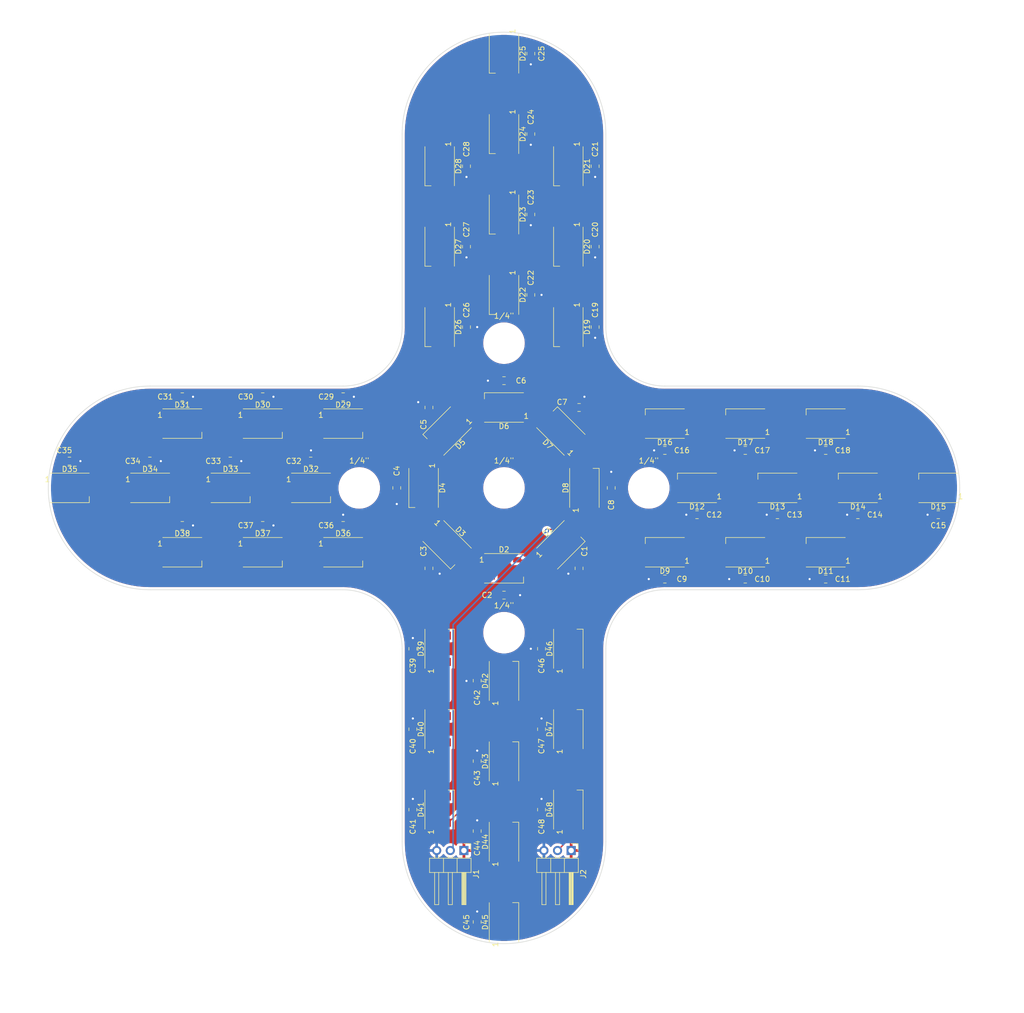
<source format=kicad_pcb>
(kicad_pcb (version 20221018) (generator pcbnew)
  (layers (0 "F.Cu" signal) (31 "B.Cu" signal) (34 "B.Paste" user) (35 "F.Paste" user) (36 "B.SilkS" user "B.Silkscreen") (37 "F.SilkS" user "F.Silkscreen") (38 "B.Mask" user) (39 "F.Mask" user) (44 "Edge.Cuts" user))
  (net 0 "")
  (net 1 "+5V")
  (net 2 "Net-(D1-Pad2)")
  (net 3 "GND")
  (net 4 "/25 LEDs/DIN")
  (net 5 "Net-(D2-Pad2)")
  (net 6 "Net-(D3-Pad2)")
  (net 7 "Net-(D4-Pad2)")
  (net 8 "Net-(D5-Pad2)")
  (net 9 "Net-(D6-Pad2)")
  (net 10 "Net-(D7-Pad2)")
  (net 11 "Net-(D8-Pad2)")
  (net 12 "Net-(D10-Pad4)")
  (net 13 "Net-(D10-Pad2)")
  (net 14 "Net-(D11-Pad2)")
  (net 15 "Net-(D12-Pad2)")
  (net 16 "Net-(D13-Pad2)")
  (net 17 "Net-(D14-Pad2)")
  (net 18 "Net-(D15-Pad2)")
  (net 19 "Net-(D16-Pad2)")
  (net 20 "Net-(D17-Pad2)")
  (net 21 "Net-(D18-Pad2)")
  (net 22 "Net-(D19-Pad2)")
  (net 23 "Net-(D20-Pad2)")
  (net 24 "Net-(D21-Pad2)")
  (net 25 "Net-(D22-Pad2)")
  (net 26 "Net-(D23-Pad2)")
  (net 27 "Net-(D24-Pad2)")
  (net 28 "/23 LEDs1/DIN")
  (net 29 "Net-(D26-Pad2)")
  (net 30 "Net-(D27-Pad2)")
  (net 31 "Net-(D28-Pad2)")
  (net 32 "Net-(D29-Pad2)")
  (net 33 "Net-(D30-Pad2)")
  (net 34 "Net-(D31-Pad2)")
  (net 35 "Net-(D32-Pad2)")
  (net 36 "Net-(D33-Pad2)")
  (net 37 "Net-(D34-Pad2)")
  (net 38 "Net-(D35-Pad2)")
  (net 39 "Net-(D36-Pad2)")
  (net 40 "Net-(D37-Pad2)")
  (net 41 "Net-(D38-Pad2)")
  (net 42 "Net-(D39-Pad2)")
  (net 43 "Net-(D40-Pad2)")
  (net 44 "Net-(D41-Pad2)")
  (net 45 "Net-(D42-Pad2)")
  (net 46 "Net-(D43-Pad2)")
  (net 47 "Net-(D44-Pad2)")
  (net 48 "Net-(D45-Pad2)")
  (net 49 "Net-(D46-Pad2)")
  (net 50 "Net-(D47-Pad2)")
  (net 51 "/23 LEDs1/DOUT")
  (footprint "LED_SMD:LED_WS2812B_PLCC4_5.0x5.0mm_P3.2mm" (layer "F.Cu") (at 114.999999 132 90)
    (fp_text reference "D46")
    (fp_text value "WS2812B")
  )
  (footprint "LED_SMD:LED_WS2812B_PLCC4_5.0x5.0mm_P3.2mm" (layer "F.Cu") (at 162.999999 114 180)
    (fp_text reference "D11")
    (fp_text value "WS2812B")
  )
  (footprint "Library:C_0805_2012Metric silk moved" (layer "F.Cu") (at 58 85 180)
    (fp_text reference "C30")
    (fp_text value "0.1 uF")
  )
  (footprint "LED_SMD:LED_WS2812B_PLCC4_5.0x5.0mm_P3.2mm" (layer "F.Cu") (at 51.999999 102)
    (fp_text reference "D33")
    (fp_text value "WS2812B")
  )
  (footprint "Library:C_0805_2012Metric silk moved" (layer "F.Cu") (at 133 95)
    (fp_text reference "C16")
    (fp_text value "0.1 uF")
  )
  (footprint "LED_SMD:LED_WS2812B_PLCC4_5.0x5.0mm_P3.2mm" (layer "F.Cu") (at 36.999999 102)
    (fp_text reference "D34")
    (fp_text value "WS2812B")
  )
  (footprint "LED_SMD:LED_WS2812B_PLCC4_5.0x5.0mm_P3.2mm" (layer "F.Cu") (at 102.999999 183 90)
    (fp_text reference "D45")
    (fp_text value "WS2812B")
  )
  (footprint "Library:C_0805_2012Metric silk moved" (layer "F.Cu") (at 163 95)
    (fp_text reference "C18")
    (fp_text value "0.1 uF")
  )
  (footprint "Connector_PinHeader_2.54mm:PinHeader_1x03_P2.54mm_Horizontal" (layer "F.Cu") (at 115.525 169.625 -90)
    (fp_text reference "J2")
    (fp_text value "Conn_01x03")
  )
  (footprint "LED_SMD:LED_WS2812B_PLCC4_5.0x5.0mm_P3.2mm" (layer "F.Cu") (at 117.999999 102 90)
    (fp_text reference "D8")
    (fp_text value "WS2812B")
  )
  (footprint "Library:C_0805_2012Metric silk moved" (layer "F.Cu") (at 21.95 97 180)
    (fp_text reference "C35")
    (fp_text value "0.1 uF")
  )
  (footprint "Library:C_0805_2012Metric silk moved" (layer "F.Cu") (at 36.95 97 180)
    (fp_text reference "C34")
    (fp_text value "0.1 uF")
  )
  (footprint "Library:C_0805_2012Metric silk moved" (layer "F.Cu") (at 117 87 180)
    (fp_text reference "C7")
    (fp_text value "0.1 uF")
  )
  (footprint "LED_SMD:LED_WS2812B_PLCC4_5.0x5.0mm_P3.2mm" (layer "F.Cu") (at 90.999999 57 -90)
    (fp_text reference "D27")
    (fp_text value "WS2812B")
  )
  (footprint "Library:C_0805_2012Metric silk moved" (layer "F.Cu") (at 120 57 90)
    (fp_text reference "C20")
    (fp_text value "0.1 uF")
  )
  (footprint "LED_SMD:LED_WS2812B_PLCC4_5.0x5.0mm_P3.2mm" (layer "F.Cu") (at 114.999999 72 -90)
    (fp_text reference "D19")
    (fp_text value "WS2812B")
  )
  (footprint "Library:C_0805_2012Metric silk moved" (layer "F.Cu") (at 86 162 -90)
    (fp_text reference "C41")
    (fp_text value "0.1 uF")
  )
  (footprint "Library:C_0805_2012Metric silk moved" (layer "F.Cu") (at 117 117 90)
    (fp_text reference "C1")
    (fp_text value "0.1 uF")
  )
  (footprint "Library:C_0805_2012Metric silk moved" (layer "F.Cu") (at 43 85 180)
    (fp_text reference "C31")
    (fp_text value "0.1 uF")
  )
  (footprint "Library:C_0805_2012Metric silk moved" (layer "F.Cu") (at 51.95 97 180)
    (fp_text reference "C33")
    (fp_text value "0.1 uF")
  )
  (footprint "Library:C_0805_2012Metric silk moved" (layer "F.Cu") (at 89 87 -90)
    (fp_text reference "C5")
    (fp_text value "0.1 uF")
  )
  (footprint "LED_SMD:LED_WS2812B_PLCC4_5.0x5.0mm_P3.2mm" (layer "F.Cu") (at 113.606601 91.393398 135)
    (fp_text reference "D7")
    (fp_text value "WS2812B")
  )
  (footprint "LED_SMD:LED_WS2812B_PLCC4_5.0x5.0mm_P3.2mm" (layer "F.Cu") (at 88 102 -90)
    (fp_text reference "D4")
    (fp_text value "WS2812B")
  )
  (footprint "Library:C_0805_2012Metric silk moved" (layer "F.Cu") (at 148 119)
    (fp_text reference "C10")
    (fp_text value "0.1 uF")
  )
  (footprint "Library:C_0805_2012Metric silk moved" (layer "F.Cu") (at 66.95 97 180)
    (fp_text reference "C32")
    (fp_text value "0.1 uF")
  )
  (footprint "LED_SMD:LED_WS2812B_PLCC4_5.0x5.0mm_P3.2mm" (layer "F.Cu") (at 92.393397 112.606602 -45)
    (fp_text reference "D3")
    (fp_text value "WS2812B")
  )
  (footprint "Library:C_0805_2012Metric silk moved" (layer "F.Cu") (at 98 137.95 -90)
    (fp_text reference "C42")
    (fp_text value "0.1 uF")
  )
  (footprint "Library:C_0805_2012Metric silk moved" (layer "F.Cu") (at 89 117 90)
    (fp_text reference "C3")
    (fp_text value "0.1 uF")
  )
  (footprint "Library:C_0805_2012Metric silk moved" (layer "F.Cu") (at 120 42 90)
    (fp_text reference "C21")
    (fp_text value "0.1 uF")
  )
  (footprint "Library:MountingHole 0.25 - 20" (layer "F.Cu") (at 130 102)
    (fp_text reference "1/4\"")
    (fp_text value "MountingHole 0.25 - 20")
  )
  (footprint "LED_SMD:LED_WS2812B_PLCC4_5.0x5.0mm_P3.2mm" (layer "F.Cu") (at 21.999999 102)
    (fp_text reference "D35")
    (fp_text value "WS2812B")
  )
  (footprint "Library:C_0805_2012Metric silk moved" (layer "F.Cu") (at 110 162 -90)
    (fp_text reference "C48")
    (fp_text value "0.1 uF")
  )
  (footprint "Library:C_0805_2012Metric silk moved" (layer "F.Cu") (at 163 119)
    (fp_text reference "C11")
    (fp_text value "0.1 uF")
  )
  (footprint "LED_SMD:LED_WS2812B_PLCC4_5.0x5.0mm_P3.2mm" (layer "F.Cu") (at 42.999999 114)
    (fp_text reference "D38")
    (fp_text value "WS2812B")
  )
  (footprint "Library:C_0805_2012Metric silk moved" (layer "F.Cu") (at 103 82)
    (fp_text reference "C6")
    (fp_text value "0.1 uF")
  )
  (footprint "LED_SMD:LED_WS2812B_PLCC4_5.0x5.0mm_P3.2mm" (layer "F.Cu") (at 57.999999 90)
    (fp_text reference "D30")
    (fp_text value "WS2812B")
  )
  (footprint "LED_SMD:LED_WS2812B_PLCC4_5.0x5.0mm_P3.2mm" (layer "F.Cu") (at 103 117)
    (fp_text reference "D2")
    (fp_text value "WS2812B")
  )
  (footprint "LED_SMD:LED_WS2812B_PLCC4_5.0x5.0mm_P3.2mm" (layer "F.Cu") (at 90.999999 72 -90)
    (fp_text reference "D26")
    (fp_text value "WS2812B")
  )
  (footprint "LED_SMD:LED_WS2812B_PLCC4_5.0x5.0mm_P3.2mm" (layer "F.Cu") (at 138.999999 102 180)
    (fp_text reference "D12")
    (fp_text value "WS2812B")
  )
  (footprint "LED_SMD:LED_WS2812B_PLCC4_5.0x5.0mm_P3.2mm" (layer "F.Cu") (at 183.999999 102 180)
    (fp_text reference "D15")
    (fp_text value "WS2812B")
  )
  (footprint "LED_SMD:LED_WS2812B_PLCC4_5.0x5.0mm_P3.2mm" (layer "F.Cu") (at 92.393397 91.393398 -135)
    (fp_text reference "D5")
    (fp_text value "WS2812B")
  )
  (footprint "LED_SMD:LED_WS2812B_PLCC4_5.0x5.0mm_P3.2mm" (layer "F.Cu") (at 102.999999 51 -90)
    (fp_text reference "D23")
    (fp_text value "WS2812B")
  )
  (footprint "Library:C_0805_2012Metric silk moved" (layer "F.Cu") (at 43 109 180)
    (fp_text reference "C38" hide)
    (fp_text value "0.1 uF")
  )
  (footprint "LED_SMD:LED_WS2812B_PLCC4_5.0x5.0mm_P3.2mm" (layer "F.Cu") (at 147.999999 114 180)
    (fp_text reference "D10")
    (fp_text value "WS2812B")
  )
  (footprint "LED_SMD:LED_WS2812B_PLCC4_5.0x5.0mm_P3.2mm" (layer "F.Cu") (at 114.999999 162 90)
    (fp_text reference "D48")
    (fp_text value "WS2812B")
  )
  (footprint "Library:C_0805_2012Metric silk moved" (layer "F.Cu") (at 58 109 180)
    (fp_text reference "C37")
    (fp_text value "0.1 uF")
  )
  (footprint "LED_SMD:LED_WS2812B_PLCC4_5.0x5.0mm_P3.2mm" (layer "F.Cu") (at 103 87 180)
    (fp_text reference "D6")
    (fp_text value "WS2812B")
  )
  (footprint "LED_SMD:LED_WS2812B_PLCC4_5.0x5.0mm_P3.2mm" (layer "F.Cu") (at 102.999999 153 90)
    (fp_text reference "D43")
    (fp_text value "WS2812B")
  )
  (footprint "LED_SMD:LED_WS2812B_PLCC4_5.0x5.0mm_P3.2mm" (layer "F.Cu") (at 66.999999 102)
    (fp_text reference "D32")
    (fp_text value "WS2812B")
  )
  (footprint "Library:C_0805_2012Metric silk moved" (layer "F.Cu") (at 108 66 90)
    (fp_text reference "C22")
    (fp_text value "0.1 uF")
  )
  (footprint "Library:C_0805_2012Metric silk moved" (layer "F.Cu") (at 96 72 90)
    (fp_text reference "C26")
    (fp_text value "0.1 uF")
  )
  (footprint "LED_SMD:LED_WS2812B_PLCC4_5.0x5.0mm_P3.2mm" (layer "F.Cu") (at 90.999999 147 90)
    (fp_text reference "D40")
    (fp_text value "WS2812B")
  )
  (footprint "Library:C_0805_2012Metric silk moved" (layer "F.Cu") (at 110 132 -90)
    (fp_text reference "C46")
    (fp_text value "0.1 uF")
  )
  (footprint "Connector_PinHeader_2.54mm:PinHeader_1x03_P2.54mm_Horizontal" (layer "F.Cu") (at 95.525 169.625 -90)
    (fp_text reference "J1")
    (fp_text value "Conn_01x03")
  )
  (footprint "Library:C_0805_2012Metric silk moved" (layer "F.Cu") (at 98 166 -90)
    (fp_text reference "C44")
    (fp_text value "0.1 uF")
  )
  (footprint "LED_SMD:LED_WS2812B_PLCC4_5.0x5.0mm_P3.2mm" (layer "F.Cu") (at 162.999999 90 180)
    (fp_text reference "D18")
    (fp_text value "WS2812B")
  )
  (footprint "LED_SMD:LED_WS2812B_PLCC4_5.0x5.0mm_P3.2mm" (layer "F.Cu") (at 72.999999 90)
    (fp_text reference "D29")
    (fp_text value "WS2812B")
  )
  (footprint "Library:C_0805_2012Metric silk moved" (layer "F.Cu") (at 120 72 90)
    (fp_text reference "C19")
    (fp_text value "0.1 uF")
  )
  (footprint "LED_SMD:LED_WS2812B_PLCC4_5.0x5.0mm_P3.2mm" (layer "F.Cu") (at 57.999999 114)
    (fp_text reference "D37")
    (fp_text value "WS2812B")
  )
  (footprint "LED_SMD:LED_WS2812B_PLCC4_5.0x5.0mm_P3.2mm" (layer "F.Cu") (at 102.999999 36 -90)
    (fp_text reference "D24")
    (fp_text value "WS2812B")
  )
  (footprint "LED_SMD:LED_WS2812B_PLCC4_5.0x5.0mm_P3.2mm" (layer "F.Cu") (at 147.999999 90 180)
    (fp_text reference "D17")
    (fp_text value "WS2812B")
  )
  (footprint "LED_SMD:LED_WS2812B_PLCC4_5.0x5.0mm_P3.2mm" (layer "F.Cu") (at 114.999999 42 -90)
    (fp_text reference "D21")
    (fp_text value "WS2812B")
  )
  (footprint "Library:MountingHole 0.25 - 20" (layer "F.Cu") (at 76 102)
    (fp_text reference "1/4\"")
    (fp_text value "MountingHole 0.25 - 20")
  )
  (footprint "LED_SMD:LED_WS2812B_PLCC4_5.0x5.0mm_P3.2mm" (layer "F.Cu") (at 72.999999 114)
    (fp_text reference "D36")
    (fp_text value "WS2812B")
  )
  (footprint "Library:MountingHole 0.25 - 20" (layer "F.Cu") (at 103 129)
    (fp_text reference "1/4\"")
    (fp_text value "MountingHole 0.25 - 20")
  )
  (footprint "Library:C_0805_2012Metric silk moved" (layer "F.Cu") (at 73 85 180)
    (fp_text reference "C29")
    (fp_text value "0.1 uF")
  )
  (footprint "Library:C_0805_2012Metric silk moved" (layer "F.Cu") (at 148 95)
    (fp_text reference "C17")
    (fp_text value "0.1 uF")
  )
  (footprint "Library:MountingHole 0.25 - 20" (layer "F.Cu") (at 103 102)
    (fp_text reference "1/4\"")
    (fp_text value "MountingHole 0.25 - 20")
  )
  (footprint "LED_SMD:LED_WS2812B_PLCC4_5.0x5.0mm_P3.2mm" (layer "F.Cu") (at 90.999999 132 90)
    (fp_text reference "D39")
    (fp_text value "WS2812B")
  )
  (footprint "LED_SMD:LED_WS2812B_PLCC4_5.0x5.0mm_P3.2mm" (layer "F.Cu") (at 102.999999 138 90)
    (fp_text reference "D42")
    (fp_text value "WS2812B")
  )
  (footprint "LED_SMD:LED_WS2812B_PLCC4_5.0x5.0mm_P3.2mm" (layer "F.Cu") (at 114.999999 147 90)
    (fp_text reference "D47")
    (fp_text value "WS2812B")
  )
  (footprint "Library:C_0805_2012Metric silk moved" (layer "F.Cu") (at 139 107)
    (fp_text reference "C12")
    (fp_text value "0.1 uF")
  )
  (footprint "Library:C_0805_2012Metric silk moved" (layer "F.Cu") (at 73 109 180)
    (fp_text reference "C36")
    (fp_text value "0.1 uF")
  )
  (footprint "Library:C_0805_2012Metric silk moved" (layer "F.Cu") (at 83 102 90)
    (fp_text reference "C4")
    (fp_text value "0.1 uF")
  )
  (footprint "Library:C_0805_2012Metric silk moved" (layer "F.Cu") (at 108 36 90)
    (fp_text reference "C24")
    (fp_text value "0.1 uF")
  )
  (footprint "LED_SMD:LED_WS2812B_PLCC4_5.0x5.0mm_P3.2mm" (layer "F.Cu") (at 132.999999 114 180)
    (fp_text reference "D9")
    (fp_text value "WS2812B")
  )
  (footprint "Library:C_0805_2012Metric silk moved" (layer "F.Cu") (at 98 182.95 -90)
    (fp_text reference "C45")
    (fp_text value "0.1 uF")
  )
  (footprint "LED_SMD:LED_WS2812B_PLCC4_5.0x5.0mm_P3.2mm" (layer "F.Cu") (at 102.999999 21 -90)
    (fp_text reference "D25")
    (fp_text value "WS2812B")
  )
  (footprint "Library:C_0805_2012Metric silk moved" (layer "F.Cu") (at 96 42 90)
    (fp_text reference "C28")
    (fp_text value "0.1 uF")
  )
  (footprint "Library:C_0805_2012Metric silk moved" (layer "F.Cu") (at 184 107)
    (fp_text reference "C15")
    (fp_text value "0.1 uF")
  )
  (footprint "Library:C_0805_2012Metric silk moved" (layer "F.Cu") (at 103 122 180)
    (fp_text reference "C2")
    (fp_text value "0.1 uF")
  )
  (footprint "Library:C_0805_2012Metric silk moved" (layer "F.Cu") (at 98 152.95 -90)
    (fp_text reference "C43")
    (fp_text value "0.1 uF")
  )
  (footprint "LED_SMD:LED_WS2812B_PLCC4_5.0x5.0mm_P3.2mm" (layer "F.Cu") (at 168.999999 102 180)
    (fp_text reference "D14")
    (fp_text value "WS2812B")
  )
  (footprint "LED_SMD:LED_WS2812B_PLCC4_5.0x5.0mm_P3.2mm" (layer "F.Cu") (at 90.999999 42 -90)
    (fp_text reference "D28")
    (fp_text value "WS2812B")
  )
  (footprint "LED_SMD:LED_WS2812B_PLCC4_5.0x5.0mm_P3.2mm" (layer "F.Cu") (at 113.606601 112.606602 45)
    (fp_text reference "D1")
    (fp_text value "WS2812B")
  )
  (footprint "LED_SMD:LED_WS2812B_PLCC4_5.0x5.0mm_P3.2mm" (layer "F.Cu") (at 42.999999 90)
    (fp_text reference "D31")
    (fp_text value "WS2812B")
  )
  (footprint "LED_SMD:LED_WS2812B_PLCC4_5.0x5.0mm_P3.2mm" (layer "F.Cu") (at 153.999999 102 180)
    (fp_text reference "D13")
    (fp_text value "WS2812B")
  )
  (footprint "LED_SMD:LED_WS2812B_PLCC4_5.0x5.0mm_P3.2mm" (layer "F.Cu") (at 90.999999 162 90)
    (fp_text reference "D41")
    (fp_text value "WS2812B")
  )
  (footprint "Library:C_0805_2012Metric silk moved" (layer "F.Cu") (at 154 107)
    (fp_text reference "C13")
    (fp_text value "0.1 uF")
  )
  (footprint "Library:C_0805_2012Metric silk moved" (layer "F.Cu") (at 169 107)
    (fp_text reference "C14")
    (fp_text value "0.1 uF")
  )
  (footprint "Library:C_0805_2012Metric silk moved" (layer "F.Cu") (at 108 21 90)
    (fp_text reference "C25")
    (fp_text value "0.1 uF")
  )
  (footprint "Library:C_0805_2012Metric silk moved" (layer "F.Cu") (at 86 147 -90)
    (fp_text reference "C40")
    (fp_text value "0.1 uF")
  )
  (footprint "Library:C_0805_2012Metric silk moved" (layer "F.Cu") (at 108 51 90)
    (fp_text reference "C23")
    (fp_text value "0.1 uF")
  )
  (footprint "Library:C_0805_2012Metric silk moved" (layer "F.Cu") (at 96 57 90)
    (fp_text reference "C27")
    (fp_text value "0.1 uF")
  )
  (footprint "Library:C_0805_2012Metric silk moved" (layer "F.Cu") (at 110 147 -90)
    (fp_text reference "C47")
    (fp_text value "0.1 uF")
  )
  (footprint "Library:C_0805_2012Metric silk moved" (layer "F.Cu") (at 86 132 -90)
    (fp_text reference "C39")
    (fp_text value "0.1 uF")
  )
  (footprint "Library:C_0805_2012Metric silk moved" (layer "F.Cu") (at 133 119)
    (fp_text reference "C9")
    (fp_text value "0.1 uF")
  )
  (footprint "LED_SMD:LED_WS2812B_PLCC4_5.0x5.0mm_P3.2mm" (layer "F.Cu") (at 102.999999 168 90)
    (fp_text reference "D44")
    (fp_text value "WS2812B")
  )
  (footprint "Library:C_0805_2012Metric silk moved" (layer "F.Cu") (at 123 102 -90)
    (fp_text reference "C8")
    (fp_text value "0.1 uF")
  )
  (footprint "LED_SMD:LED_WS2812B_PLCC4_5.0x5.0mm_P3.2mm" (layer "F.Cu") (at 102.999999 66 -90)
    (fp_text reference "D22")
    (fp_text value "WS2812B")
  )
  (footprint "LED_SMD:LED_WS2812B_PLCC4_5.0x5.0mm_P3.2mm" (layer "F.Cu") (at 132.999999 90 180)
    (fp_text reference "D16")
    (fp_text value "WS2812B")
  )
  (footprint "Library:MountingHole 0.25 - 20" (layer "F.Cu") (at 103 75)
    (fp_text reference "1/4\"")
    (fp_text value "MountingHole 0.25 - 20")
  )
  (footprint "LED_SMD:LED_WS2812B_PLCC4_5.0x5.0mm_P3.2mm" (layer "F.Cu") (at 114.999999 57 -90)
    (fp_text reference "D20")
    (fp_text value "WS2812B")
  )
  (gr_arc (start 133 83) (mid 125.221825 79.778175) (end 122 72) (stroke (width 0.1)) (layer "Edge.Cuts"))
  (gr_arc (start 73 121) (mid 80.778175 124.221825) (end 84 132) (stroke (width 0.1)) (layer "Edge.Cuts"))
  (gr_line (start 133 83) (end 169 83) (stroke (width 0.1)) (layer "Edge.Cuts"))
  (gr_line (start 169 121) (end 133 121) (stroke (width 0.1)) (layer "Edge.Cuts"))
  (gr_arc (start 84 36) (mid 103 17) (end 122 36) (stroke (width 0.1)) (layer "Edge.Cuts"))
  (gr_arc (start 84 72) (mid 80.778175 79.778175) (end 73 83) (stroke (width 0.1)) (layer "Edge.Cuts"))
  (gr_line (start 84 72) (end 84 36) (stroke (width 0.1)) (layer "Edge.Cuts"))
  (gr_line (start 73 121) (end 37 121) (stroke (width 0.1)) (layer "Edge.Cuts"))
  (gr_line (start 122 36) (end 122 72) (stroke (width 0.1)) (layer "Edge.Cuts"))
  (gr_line (start 84 168) (end 84 132) (stroke (width 0.1)) (layer "Edge.Cuts"))
  (gr_line (start 37 83) (end 73 83) (stroke (width 0.1)) (layer "Edge.Cuts"))
  (gr_arc (start 122 132) (mid 125.221825 124.221825) (end 133 121) (stroke (width 0.1)) (layer "Edge.Cuts"))
  (gr_arc (start 169 83) (mid 188 102) (end 169 121) (stroke (width 0.1)) (layer "Edge.Cuts"))
  (gr_arc (start 122 168) (mid 103 187) (end 84 168) (stroke (width 0.1)) (layer "Edge.Cuts"))
  (gr_arc (start 37 121) (mid 18 102) (end 37 83) (stroke (width 0.1)) (layer "Edge.Cuts"))
  (gr_line (start 122 132) (end 122 168) (stroke (width 0.1)) (layer "Edge.Cuts"))
  (segment (start 101.399999 170.45) (end 101.399999 170.349999) (width 0.25) (layer "F.Cu") (net 1))
  (segment (start 105.520384 115.470384) (end 105.45 115.4) (width 0.25) (layer "F.Cu") (net 2))
  (segment (start 113.00556 115.470384) (end 105.520384 115.470384) (width 0.25) (layer "F.Cu") (net 2))
  (segment (start 114.899999 57.95) (end 120 57.95) (width 0.25) (layer "F.Cu") (net 3))
  (segment (start 98 137) (end 103.149999 137) (width 0.25) (layer "F.Cu") (net 3))
  (segment (start 103.149999 182) (end 104.599999 180.55) (width 0.25) (layer "F.Cu") (net 3))
  (segment (start 119 114.535178) (end 119 115.95) (width 0.25) (layer "F.Cu") (net 3))
  (segment (start 138.05 107) (end 137 107) (width 0.25) (layer "F.Cu") (net 3))
  (segment (start 86 131.05) (end 86 130) (width 0.25) (layer "F.Cu") (net 3))
  (segment (start 132.05 113.900001) (end 132.05 119) (width 0.25) (layer "F.Cu") (net 3))
  (segment (start 153.05 107) (end 152 107) (width 0.25) (layer "F.Cu") (net 3))
  (segment (start 102.05 82) (end 100 82) (width 0.25) (layer "F.Cu") (net 3))
  (segment (start 83 102.95) (end 83 105) (width 0.25) (layer "F.Cu") (net 3))
  (segment (start 89.529615 91.994439) (end 87 89.464824) (width 0.25) (layer "F.Cu") (net 3))
  (segment (start 130.549999 88.4) (end 132.05 89.900001) (width 0.25) (layer "F.Cu") (net 3))
  (segment (start 52.9 97) (end 54 97) (width 0.25) (layer "F.Cu") (net 3))
  (segment (start 108 21.95) (end 108 23) (width 0.25) (layer "F.Cu") (net 3))
  (segment (start 130.549999 112.4) (end 132.05 113.900001) (width 0.25) (layer "F.Cu") (net 3))
  (segment (start 98 152) (end 98 151) (width 0.25) (layer "F.Cu") (net 3))
  (segment (start 160.549999 112.4) (end 162.05 113.900001) (width 0.25) (layer "F.Cu") (net 3))
  (segment (start 110 161.05) (end 110 160) (width 0.25) (layer "F.Cu") (net 3))
  (segment (start 115 85) (end 116 85) (width 0.25) (layer "F.Cu") (net 3))
  (segment (start 113 87.81695) (end 113 87) (width 0.25) (layer "F.Cu") (net 3))
  (segment (start 120 72.95) (end 120 74) (width 0.25) (layer "F.Cu") (net 3))
  (segment (start 101.399999 38.45) (end 102.899999 36.95) (width 0.25) (layer "F.Cu") (net 3))
  (segment (start 145.549999 88.4) (end 147.05 89.900001) (width 0.25) (layer "F.Cu") (net 3))
  (segment (start 43.95 90.100001) (end 43.95 85) (width 0.25) (layer "F.Cu") (net 3))
  (segment (start 87 89.464824) (end 87 88.05) (width 0.25) (layer "F.Cu") (net 3))
  (segment (start 145.549999 112.4) (end 147.05 113.900001) (width 0.25) (layer "F.Cu") (net 3))
  (segment (start 119 115.95) (end 117 117.95) (width 0.25) (layer "F.Cu") (net 3))
  (segment (start 113 87) (end 115 85) (width 0.25) (layer "F.Cu") (net 3))
  (segment (start 103.149999 152) (end 104.599999 150.55) (width 0.25) (layer "F.Cu") (net 3))
  (segment (start 67.9 95.9) (end 67 95) (width 0.25) (layer "F.Cu") (net 3))
  (segment (start 117 117.95) (end 115.05 117.95) (width 0.25) (layer "F.Cu") (net 3))
  (segment (start 102.899999 36.95) (end 108 36.95) (width 0.25) (layer "F.Cu") (net 3))
  (segment (start 105.45 120.5) (end 103.95 122) (width 0.25) (layer "F.Cu") (net 3))
  (segment (start 73.95 114.100001) (end 73.95 109) (width 0.25) (layer "F.Cu") (net 3))
  (segment (start 67.9 102.050001) (end 67.9 97) (width 0.25) (layer "F.Cu") (net 3))
  (segment (start 101.399999 23.45) (end 102.899999 21.95) (width 0.25) (layer "F.Cu") (net 3))
  (segment (start 113.00556 87.82251) (end 113 87.81695) (width 0.25) (layer "F.Cu") (net 3))
  (segment (start 73.95 85) (end 75 85) (width 0.25) (layer "F.Cu") (net 3))
  (segment (start 136.549999 100.4) (end 138.05 101.900001) (width 0.25) (layer "F.Cu") (net 3))
  (segment (start 103.95 122) (end 106 122) (width 0.25) (layer "F.Cu") (net 3))
  (segment (start 132.05 89.900001) (end 132.05 95) (width 0.25) (layer "F.Cu") (net 3))
  (segment (start 98 165.05) (end 98 164) (width 0.25) (layer "F.Cu") (net 3))
  (segment (start 98 137) (end 97 137) (width 0.25) (layer "F.Cu") (net 3))
  (segment (start 58.95 114.100001) (end 58.95 109) (width 0.25) (layer "F.Cu") (net 3))
  (segment (start 90.899999 42.95) (end 96 42.95) (width 0.25) (layer "F.Cu") (net 3))
  (segment (start 91.099999 131.05) (end 92.599999 129.55) (width 0.25) (layer "F.Cu") (net 3))
  (segment (start 52.9 102.050001) (end 52.9 97) (width 0.25) (layer "F.Cu") (net 3))
  (segment (start 101.399999 68.45) (end 102.899999 66.95) (width 0.25) (layer "F.Cu") (net 3))
  (segment (start 118 86.95) (end 118 85) (width 0.25) (layer "F.Cu") (net 3))
  (segment (start 73.95 109) (end 73.95 107.95) (width 0.25) (layer "F.Cu") (net 3))
  (segment (start 37.9 102.050001) (end 37.9 97) (width 0.25) (layer "F.Cu") (net 3))
  (segment (start 162.05 89.900001) (end 162.05 95) (width 0.25) (layer "F.Cu") (net 3))
  (segment (start 102.899999 21.95) (end 108 21.95) (width 0.25) (layer "F.Cu") (net 3))
  (segment (start 108 36.95) (end 108 38) (width 0.25) (layer "F.Cu") (net 3))
  (segment (start 166.549999 100.4) (end 168.05 101.900001) (width 0.25) (layer "F.Cu") (net 3))
  (segment (start 91.479616 115.470384) (end 89 117.95) (width 0.25) (layer "F.Cu") (net 3))
  (segment (start 89.399999 44.45) (end 90.899999 42.95) (width 0.25) (layer "F.Cu") (net 3))
  (segment (start 151.549999 100.4) (end 153.05 101.900001) (width 0.25) (layer "F.Cu") (net 3))
  (segment (start 162.05 119) (end 160 119) (width 0.25) (layer "F.Cu") (net 3))
  (segment (start 160.549999 88.4) (end 162.05 89.900001) (width 0.25) (layer "F.Cu") (net 3))
  (segment (start 113.399999 44.45) (end 114.899999 42.95) (width 0.25) (layer "F.Cu") (net 3))
  (segment (start 102.899999 51.95) (end 108 51.95) (width 0.25) (layer "F.Cu") (net 3))
  (segment (start 90.899999 57.95) (end 96 57.95) (width 0.25) (layer "F.Cu") (net 3))
  (segment (start 121.5 99.55) (end 123 101.05) (width 0.25) (layer "F.Cu") (net 3))
  (segment (start 100.55 83.5) (end 102.05 82) (width 0.25) (layer "F.Cu") (net 3))
  (segment (start 101.399999 53.45) (end 102.899999 51.95) (width 0.25) (layer "F.Cu") (net 3))
  (segment (start 138.05 101.900001) (end 138.05 107) (width 0.25) (layer "F.Cu") (net 3))
  (segment (start 97.05 72.95) (end 98 72) (width 0.25) (layer "F.Cu") (net 3))
  (segment (start 86.4 104.45) (end 84.5 104.45) (width 0.25) (layer "F.Cu") (net 3))
  (segment (start 39.449999 103.6) (end 37.9 102.050001) (width 0.25) (layer "F.Cu") (net 3))
  (segment (start 89 86.05) (end 87.05 86.05) (width 0.25) (layer "F.Cu") (net 3))
  (segment (start 116.470383 112.005561) (end 119 114.535178) (width 0.25) (layer "F.Cu") (net 3))
  (segment (start 69.449999 103.6) (end 67.9 102.050001) (width 0.25) (layer "F.Cu") (net 3))
  (segment (start 97 137) (end 96 138) (width 0.25) (layer "F.Cu") (net 3))
  (segment (start 84.5 104.45) (end 83 102.95) (width 0.25) (layer "F.Cu") (net 3))
  (segment (start 147.05 113.900001) (end 147.05 119) (width 0.25) (layer "F.Cu") (net 3))
  (segment (start 90.95 117.95) (end 91 118) (width 0.25) (layer "F.Cu") (net 3))
  (segment (start 181.549999 100.4) (end 183.05 101.900001) (width 0.25) (layer "F.Cu") (net 3))
  (segment (start 120 42.95) (end 120 44) (width 0.25) (layer "F.Cu") (net 3))
  (segment (start 24.449999 103.6) (end 22.9 102.050001) (width 0.25) (layer "F.Cu") (net 3))
  (segment (start 60.449999 115.6) (end 58.95 114.100001) (width 0.25) (layer "F.Cu") (net 3))
  (segment (start 123 101.05) (end 123 99) (width 0.25) (layer "F.Cu") (net 3))
  (segment (start 110 161.05) (end 115.099999 161.05) (width 0.25) (layer "F.Cu") (net 3))
  (segment (start 98 152) (end 103.149999 152) (width 0.25) (layer "F.Cu") (net 3))
  (segment (start 168.05 101.900001) (end 168.05 107) (width 0.25) (layer "F.Cu") (net 3))
  (segment (start 86 161.05) (end 86 160) (width 0.25) (layer "F.Cu") (net 3))
  (segment (start 98 182) (end 103.149999 182) (width 0.25) (layer "F.Cu") (net 3))
  (segment (start 117.95 86.95) (end 117.95 87) (width 0.25) (layer "F.Cu") (net 3))
  (segment (start 105.45 118.6) (end 105.45 120.5) (width 0.25) (layer "F.Cu") (net 3))
  (segment (start 86 131.05) (end 91.099999 131.05) (width 0.25) (layer "F.Cu") (net 3))
  (segment (start 60.449999 91.6) (end 58.95 90.100001) (width 0.25) (layer "F.Cu") (net 3))
  (segment (start 92.994438 115.470384) (end 91.479616 115.470384) (width 0.25) (layer "F.Cu") (net 3))
  (segment (start 89 117.95) (end 90.95 117.95) (width 0.25) (layer "F.Cu") (net 3))
  (segment (start 43.95 85) (end 45 85) (width 0.25) (layer "F.Cu") (net 3))
  (segment (start 162.05 113.900001) (end 162.05 119) (width 0.25) (layer "F.Cu") (net 3))
  (segment (start 183.05 107) (end 182 107) (width 0.25) (layer "F.Cu") (net 3))
  (segment (start 117.95 87) (end 118 86.95) (width 0.25) (layer "F.Cu") (net 3))
  (segment (start 110 146.05) (end 115.099999 146.05) (width 0.25) (layer "F.Cu") (net 3))
  (segment (start 91.099999 146.05) (end 92.599999 144.55) (width 0.25) (layer "F.Cu") (net 3))
  (segment (start 89.399999 59.45) (end 90.899999 57.95) (width 0.25) (layer "F.Cu") (net 3))
  (segment (start 147.05 95) (end 146 95) (width 0.25) (layer "F.Cu") (net 3))
  (segment (start 110 146.05) (end 110 145) (width 0.25) (layer "F.Cu") (net 3))
  (segment (start 75.449999 115.6) (end 73.95 114.100001) (width 0.25) (layer "F.Cu") (net 3))
  (segment (start 86 146.05) (end 86 145) (width 0.25) (layer "F.Cu") (net 3))
  (segment (start 91.099999 161.05) (end 92.599999 159.55) (width 0.25) (layer "F.Cu") (net 3))
  (segment (start 98 165.05) (end 100.95 168) (width 0.25) (layer "F.Cu") (net 3))
  (segment (start 67.9 97) (end 67.9 95.9) (width 0.25) (layer "F.Cu") (net 3))
  (segment (start 54.449999 103.6) (end 52.9 102.050001) (width 0.25) (layer "F.Cu") (net 3))
  (segment (start 183.05 101.900001) (end 183.05 107) (width 0.25) (layer "F.Cu") (net 3))
  (segment (start 113.00556 88.529616) (end 113.00556 87.82251) (width 0.25) (layer "F.Cu") (net 3))
  (segment (start 75.449999 91.6) (end 73.95 90.100001) (width 0.25) (layer "F.Cu") (net 3))
  (segment (start 103 168) (end 104.599999 166.400001) (width 0.25) (layer "F.Cu") (net 3))
  (segment (start 108 66.95) (end 109.05 66.95) (width 0.25) (layer "F.Cu") (net 3))
  (segment (start 98 182) (end 98 181) (width 0.25) (layer "F.Cu") (net 3))
  (segment (start 132.05 119) (end 130 119) (width 0.25) (layer "F.Cu") (net 3))
  (segment (start 104.599999 166.400001) (end 104.599999 165.55) (width 0.25) (layer "F.Cu") (net 3))
  (segment (start 115.099999 131.05) (end 116.599999 129.55) (width 0.25) (layer "F.Cu") (net 3))
  (segment (start 120 57.95) (end 120 59) (width 0.25) (layer "F.Cu") (net 3))
  (segment (start 102.899999 66.95) (end 108 66.95) (width 0.25) (layer "F.Cu") (net 3))
  (segment (start 119.599999 99.55) (end 121.5 99.55) (width 0.25) (layer "F.Cu") (net 3))
  (segment (start 43.95 114.100001) (end 43.95 109) (width 0.25) (layer "F.Cu") (net 3))
  (segment (start 58.95 90.100001) (end 58.95 85) (width 0.25) (layer "F.Cu") (net 3))
  (segment (start 22.9 97) (end 24 97) (width 0.25) (layer "F.Cu") (net 3))
  (segment (start 87 88.05) (end 89 86.05) (width 0.25) (layer "F.Cu") (net 3))
  (segment (start 73.95 107.95) (end 73 107) (width 0.25) (layer "F.Cu") (net 3))
  (segment (start 115.099999 161.05) (end 116.599999 159.55) (width 0.25) (layer "F.Cu") (net 3))
  (segment (start 58.95 85) (end 60 85) (width 0.25) (layer "F.Cu") (net 3))
  (segment (start 86 161.05) (end 91.099999 161.05) (width 0.25) (layer "F.Cu") (net 3))
  (segment (start 132.05 95) (end 131 95) (width 0.25) (layer "F.Cu") (net 3))
  (segment (start 37.9 97) (end 39 97) (width 0.25) (layer "F.Cu") (net 3))
  (segment (start 45.449999 91.6) (end 43.95 90.100001) (width 0.25) (layer "F.Cu") (net 3))
  (segment (start 113.399999 59.45) (end 114.899999 57.95) (width 0.25) (layer "F.Cu") (net 3))
  (segment (start 147.05 119) (end 145 119) (width 0.25) (layer "F.Cu") (net 3))
  (segment (start 86 146.05) (end 91.099999 146.05) (width 0.25) (layer "F.Cu") (net 3))
  (segment (start 73.95 90.100001) (end 73.95 85) (width 0.25) (layer "F.Cu") (net 3))
  (segment (start 114.899999 72.95) (end 120 72.95) (width 0.25) (layer "F.Cu") (net 3))
  (segment (start 147.05 89.900001) (end 147.05 95) (width 0.25) (layer "F.Cu") (net 3))
  (segment (start 114.899999 42.95) (end 120 42.95) (width 0.25) (layer "F.Cu") (net 3))
  (segment (start 22.9 102.050001) (end 22.9 97) (width 0.25) (layer "F.Cu") (net 3))
  (segment (start 43.95 109) (end 45 109) (width 0.25) (layer "F.Cu") (net 3))
  (segment (start 153.05 101.900001) (end 153.05 107) (width 0.25) (layer "F.Cu") (net 3))
  (segment (start 100.55 85.4) (end 100.55 83.5) (width 0.25) (layer "F.Cu") (net 3))
  (segment (start 115.099999 146.05) (end 116.599999 144.55) (width 0.25) (layer "F.Cu") (net 3))
  (segment (start 109.05 66.95) (end 110 66) (width 0.25) (layer "F.Cu") (net 3))
  (segment (start 87.05 86.05) (end 87 86) (width 0.25) (layer "F.Cu") (net 3))
  (segment (start 108 51.95) (end 108 53) (width 0.25) (layer "F.Cu") (net 3))
  (segment (start 168.05 107) (end 167 107) (width 0.25) (layer "F.Cu") (net 3))
  (segment (start 100.95 168) (end 103 168) (width 0.25) (layer "F.Cu") (net 3))
  (segment (start 113.399999 74.45) (end 114.899999 72.95) (width 0.25) (layer "F.Cu") (net 3))
  (segment (start 45.449999 115.6) (end 43.95 114.100001) (width 0.25) (layer "F.Cu") (net 3))
  (segment (start 103.149999 137) (end 104.599999 135.55) (width 0.25) (layer "F.Cu") (net 3))
  (segment (start 96 57.95) (end 96 59) (width 0.25) (layer "F.Cu") (net 3))
  (segment (start 110 131.05) (end 115.099999 131.05) (width 0.25) (layer "F.Cu") (net 3))
  (segment (start 162.05 95) (end 161 95) (width 0.25) (layer "F.Cu") (net 3))
  (segment (start 89.399999 74.45) (end 90.899999 72.95) (width 0.25) (layer "F.Cu") (net 3))
  (segment (start 58.95 109) (end 60 109) (width 0.25) (layer "F.Cu") (net 3))
  (segment (start 96 72.95) (end 97.05 72.95) (width 0.25) (layer "F.Cu") (net 3))
  (segment (start 90.899999 72.95) (end 96 72.95) (width 0.25) (layer "F.Cu") (net 3))
  (segment (start 108.95 131.05) (end 108 132) (width 0.25) (layer "F.Cu") (net 3))
  (segment (start 96 42.95) (end 96 44) (width 0.25) (layer "F.Cu") (net 3))
  (segment (start 115.05 117.95) (end 115 118) (width 0.25) (layer "F.Cu") (net 3))
  (segment (start 116 85) (end 117.95 86.95) (width 0.25) (layer "F.Cu") (net 3))
  (segment (start 110 131.05) (end 108.95 131.05) (width 0.25) (layer "F.Cu") (net 3))
  (via (at 152 107) (size 0.8) (drill 0.4) (layers "F.Cu" "B.Cu") (net 3))
  (via (at 98 151) (size 0.8) (drill 0.4) (layers "F.Cu" "B.Cu") (net 3))
  (via (at 86 145) (size 0.8) (drill 0.4) (layers "F.Cu" "B.Cu") (net 3))
  (via (at 98 72) (size 0.8) (drill 0.4) (layers "F.Cu" "B.Cu") (net 3))
  (via (at 130 119) (size 0.8) (drill 0.4) (layers "F.Cu" "B.Cu") (net 3))
  (via (at 75 85) (size 0.8) (drill 0.4) (layers "F.Cu" "B.Cu") (net 3))
  (via (at 60 85) (size 0.8) (drill 0.4) (layers "F.Cu" "B.Cu") (net 3))
  (via (at 110 145) (size 0.8) (drill 0.4) (layers "F.Cu" "B.Cu") (net 3))
  (via (at 146 95) (size 0.8) (drill 0.4) (layers "F.Cu" "B.Cu") (net 3))
  (via (at 160 119) (size 0.8) (drill 0.4) (layers "F.Cu" "B.Cu") (net 3))
  (via (at 39 97) (size 0.8) (drill 0.4) (layers "F.Cu" "B.Cu") (net 3))
  (via (at 45 85) (size 0.8) (drill 0.4) (layers "F.Cu" "B.Cu") (net 3))
  (via (at 91 118) (size 0.8) (drill 0.4) (layers "F.Cu" "B.Cu") (net 3))
  (via (at 145 119) (size 0.8) (drill 0.4) (layers "F.Cu" "B.Cu") (net 3))
  (via (at 98 164) (size 0.8) (drill 0.4) (layers "F.Cu" "B.Cu") (net 3))
  (via (at 115 118) (size 0.8) (drill 0.4) (layers "F.Cu" "B.Cu") (net 3))
  (via (at 108 38) (size 0.8) (drill 0.4) (layers "F.Cu" "B.Cu") (net 3))
  (via (at 108 132) (size 0.8) (drill 0.4) (layers "F.Cu" "B.Cu") (net 3))
  (via (at 182 107) (size 0.8) (drill 0.4) (layers "F.Cu" "B.Cu") (net 3))
  (via (at 120 59) (size 0.8) (drill 0.4) (layers "F.Cu" "B.Cu") (net 3))
  (via (at 96 44) (size 0.8) (drill 0.4) (layers "F.Cu" "B.Cu") (net 3))
  (via (at 24 97) (size 0.8) (drill 0.4) (layers "F.Cu" "B.Cu") (net 3))
  (via (at 110 160) (size 0.8) (drill 0.4) (layers "F.Cu" "B.Cu") (net 3))
  (via (at 108 53) (size 0.8) (drill 0.4) (layers "F.Cu" "B.Cu") (net 3))
  (via (at 96 138) (size 0.8) (drill 0.4) (layers "F.Cu" "B.Cu") (net 3))
  (via (at 86 130) (size 0.8) (drill 0.4) (layers "F.Cu" "B.Cu") (net 3))
  (via (at 108 23) (size 0.8) (drill 0.4) (layers "F.Cu" "B.Cu") (net 3))
  (via (at 167 107) (size 0.8) (drill 0.4) (layers "F.Cu" "B.Cu") (net 3))
  (via (at 83 105) (size 0.8) (drill 0.4) (layers "F.Cu" "B.Cu") (net 3))
  (via (at 100 82) (size 0.8) (drill 0.4) (layers "F.Cu" "B.Cu") (net 3))
  (via (at 110 66) (size 0.8) (drill 0.4) (layers "F.Cu" "B.Cu") (net 3))
  (via (at 120 44) (size 0.8) (drill 0.4) (layers "F.Cu" "B.Cu") (net 3))
  (via (at 87 86) (size 0.8) (drill 0.4) (layers "F.Cu" "B.Cu") (net 3))
  (via (at 161 95) (size 0.8) (drill 0.4) (layers "F.Cu" "B.Cu") (net 3))
  (via (at 67 95) (size 0.8) (drill 0.4) (layers "F.Cu" "B.Cu") (net 3))
  (via (at 106 122) (size 0.8) (drill 0.4) (layers "F.Cu" "B.Cu") (net 3))
  (via (at 45 109) (size 0.8) (drill 0.4) (layers "F.Cu" "B.Cu") (net 3))
  (via (at 73 107) (size 0.8) (drill 0.4) (layers "F.Cu" "B.Cu") (net 3))
  (via (at 137 107) (size 0.8) (drill 0.4) (layers "F.Cu" "B.Cu") (net 3))
  (via (at 96 59) (size 0.8) (drill 0.4) (layers "F.Cu" "B.Cu") (net 3))
  (via (at 54 97) (size 0.8) (drill 0.4) (layers "F.Cu" "B.Cu") (net 3))
  (via (at 131 95) (size 0.8) (drill 0.4) (layers "F.Cu" "B.Cu") (net 3))
  (via (at 123 99) (size 0.8) (drill 0.4) (layers "F.Cu" "B.Cu") (net 3))
  (via (at 60 109) (size 0.8) (drill 0.4) (layers "F.Cu" "B.Cu") (net 3))
  (via (at 120 74) (size 0.8) (drill 0.4) (layers "F.Cu" "B.Cu") (net 3))
  (via (at 118 85) (size 0.8) (drill 0.4) (layers "F.Cu" "B.Cu") (net 3))
  (via (at 98 181) (size 0.8) (drill 0.4) (layers "F.Cu" "B.Cu") (net 3))
  (via (at 86 160) (size 0.8) (drill 0.4) (layers "F.Cu" "B.Cu") (net 3))
  (segment (start 111.25718 109.74282) (end 111 110) (width 0.25) (layer "F.Cu") (net 4))
  (segment (start 114.207642 109.74282) (end 111.25718 109.74282) (width 0.25) (layer "F.Cu") (net 4))
  (via (at 111 110) (size 0.8) (drill 0.4) (layers "F.Cu" "B.Cu") (net 4))
  (segment (start 93.5 169.11) (end 93.5 127.5) (width 0.25) (layer "B.Cu") (net 4))
  (segment (start 92.985 169.625) (end 93.5 169.11) (width 0.25) (layer "B.Cu") (net 4))
  (segment (start 93.5 127.5) (end 111 110) (width 0.25) (layer "B.Cu") (net 4))
  (segment (start 100.55 118.6) (end 100.55 118.500464) (width 0.25) (layer "F.Cu") (net 5))
  (segment (start 100.55 118.500464) (end 95.257179 113.207643) (width 0.25) (layer "F.Cu") (net 5))
  (segment (start 89.529615 104.520385) (end 89.6 104.45) (width 0.25) (layer "F.Cu") (net 6))
  (segment (start 89.529615 112.005561) (end 89.529615 104.520385) (width 0.25) (layer "F.Cu") (net 6))
  (segment (start 86.4 99.55) (end 86.499536 99.55) (width 0.25) (layer "F.Cu") (net 7))
  (segment (start 86.499536 99.55) (end 91.792356 94.25718) (width 0.25) (layer "F.Cu") (net 7))
  (segment (start 92.994438 88.529616) (end 100.479616 88.529616) (width 0.25) (layer "F.Cu") (net 8))
  (segment (start 100.479616 88.529616) (end 100.55 88.6) (width 0.25) (layer "F.Cu") (net 8))
  (segment (start 105.45 85.499538) (end 110.742819 90.792357) (width 0.25) (layer "F.Cu") (net 9))
  (segment (start 105.45 85.4) (end 105.45 85.499538) (width 0.25) (layer "F.Cu") (net 9))
  (segment (start 116.470383 99.479616) (end 116.399999 99.55) (width 0.25) (layer "F.Cu") (net 10))
  (segment (start 116.470383 91.994439) (end 116.470383 99.479616) (width 0.25) (layer "F.Cu") (net 10))
  (segment (start 119.599999 104.65) (end 130.549999 115.6) (width 0.25) (layer "F.Cu") (net 11))
  (segment (start 119.599999 104.45) (end 119.599999 104.65) (width 0.25) (layer "F.Cu") (net 11))
  (segment (start 142.349999 112.4) (end 145.549999 115.6) (width 0.25) (layer "F.Cu") (net 12))
  (segment (start 135.449999 112.4) (end 142.349999 112.4) (width 0.25) (layer "F.Cu") (net 12))
  (segment (start 157.349999 112.4) (end 160.549999 115.6) (width 0.25) (layer "F.Cu") (net 13))
  (segment (start 150.449999 112.4) (end 157.349999 112.4) (width 0.25) (layer "F.Cu") (net 13))
  (segment (start 163.049999 110) (end 137 110) (width 0.25) (layer "F.Cu") (net 14))
  (segment (start 136.4 103.6) (end 136.549999 103.6) (width 0.25) (layer "F.Cu") (net 14))
  (segment (start 136 104) (end 136.4 103.6) (width 0.25) (layer "F.Cu") (net 14))
  (segment (start 165.449999 112.4) (end 163.049999 110) (width 0.25) (layer "F.Cu") (net 14))
  (segment (start 136 109) (end 136 104) (width 0.25) (layer "F.Cu") (net 14))
  (segment (start 137 110) (end 136 109) (width 0.25) (layer "F.Cu") (net 14))
  (segment (start 141.449999 100.4) (end 148.349999 100.4) (width 0.25) (layer "F.Cu") (net 15))
  (segment (start 148.349999 100.4) (end 151.549999 103.6) (width 0.25) (layer "F.Cu") (net 15))
  (segment (start 156.449999 100.4) (end 163.349999 100.4) (width 0.25) (layer "F.Cu") (net 16))
  (segment (start 163.349999 100.4) (end 166.549999 103.6) (width 0.25) (layer "F.Cu") (net 16))
  (segment (start 178.349999 100.4) (end 181.549999 103.6) (width 0.25) (layer "F.Cu") (net 17))
  (segment (start 171.449999 100.4) (end 178.349999 100.4) (width 0.25) (layer "F.Cu") (net 17))
  (segment (start 186.449999 100.4) (end 184.049999 98) (width 0.25) (layer "F.Cu") (net 18))
  (segment (start 130.4 91.6) (end 130.549999 91.6) (width 0.25) (layer "F.Cu") (net 18))
  (segment (start 130 97) (end 130 92) (width 0.25) (layer "F.Cu") (net 18))
  (segment (start 131 98) (end 130 97) (width 0.25) (layer "F.Cu") (net 18))
  (segment (start 184.049999 98) (end 131 98) (width 0.25) (layer "F.Cu") (net 18))
  (segment (start 130 92) (end 130.4 91.6) (width 0.25) (layer "F.Cu") (net 18))
  (segment (start 135.449999 88.4) (end 142.349999 88.4) (width 0.25) (layer "F.Cu") (net 19))
  (segment (start 142.349999 88.4) (end 145.549999 91.6) (width 0.25) (layer "F.Cu") (net 19))
  (segment (start 150.449999 88.4) (end 157.349999 88.4) (width 0.25) (layer "F.Cu") (net 20))
  (segment (start 157.349999 88.4) (end 160.549999 91.6) (width 0.25) (layer "F.Cu") (net 20))
  (segment (start 165.449999 88.4) (end 163.049999 86) (width 0.25) (layer "F.Cu") (net 21))
  (segment (start 127 86) (end 116.599999 75.599999) (width 0.25) (layer "F.Cu") (net 21))
  (segment (start 163.049999 86) (end 127 86) (width 0.25) (layer "F.Cu") (net 21))
  (segment (start 116.599999 75.599999) (end 116.599999 74.45) (width 0.25) (layer "F.Cu") (net 21))
  (segment (start 113.399999 62.65) (end 116.599999 59.45) (width 0.25) (layer "F.Cu") (net 22))
  (segment (start 113.399999 69.55) (end 113.399999 62.65) (width 0.25) (layer "F.Cu") (net 22))
  (segment (start 113.399999 54.55) (end 113.399999 47.65) (width 0.25) (layer "F.Cu") (net 23))
  (segment (start 113.399999 47.65) (end 116.599999 44.45) (width 0.25) (layer "F.Cu") (net 23))
  (segment (start 109.55 68.45) (end 104.599999 68.45) (width 0.25) (layer "F.Cu") (net 24))
  (segment (start 111 41.949999) (end 111 67) (width 0.25) (layer "F.Cu") (net 24))
  (segment (start 111 67) (end 109.55 68.45) (width 0.25) (layer "F.Cu") (net 24))
  (segment (start 113.399999 39.55) (end 111 41.949999) (width 0.25) (layer "F.Cu") (net 24))
  (segment (start 101.399999 56.65) (end 104.599999 53.45) (width 0.25) (layer "F.Cu") (net 25))
  (segment (start 101.399999 63.55) (end 101.399999 56.65) (width 0.25) (layer "F.Cu") (net 25))
  (segment (start 101.399999 41.65) (end 104.599999 38.45) (width 0.25) (layer "F.Cu") (net 26))
  (segment (start 101.399999 48.55) (end 101.399999 41.65) (width 0.25) (layer "F.Cu") (net 26))
  (segment (start 101.399999 26.65) (end 104.599999 23.45) (width 0.25) (layer "F.Cu") (net 27))
  (segment (start 101.399999 33.55) (end 101.399999 26.65) (width 0.25) (layer "F.Cu") (net 27))
  (segment (start 99 73) (end 97.55 74.45) (width 0.25) (layer "F.Cu") (net 28))
  (segment (start 101.399999 18.55) (end 99 20.949999) (width 0.25) (layer "F.Cu") (net 28))
  (segment (start 99 20.949999) (end 99 73) (width 0.25) (layer "F.Cu") (net 28))
  (segment (start 97.55 74.45) (end 92.599999 74.45) (width 0.25) (layer "F.Cu") (net 28))
  (segment (start 89.399999 62.65) (end 92.599999 59.45) (width 0.25) (layer "F.Cu") (net 29))
  (segment (start 89.399999 69.55) (end 89.399999 62.65) (width 0.25) (layer "F.Cu") (net 29))
  (segment (start 89.399999 54.55) (end 89.399999 47.65) (width 0.25) (layer "F.Cu") (net 30))
  (segment (start 89.399999 47.65) (end 92.599999 44.45) (width 0.25) (layer "F.Cu") (net 30))
  (segment (start 87 42) (end 87 76.849999) (width 0.25) (layer "F.Cu") (net 31))
  (segment (start 89.399999 39.600001) (end 87 42) (width 0.25) (layer "F.Cu") (net 31))
  (segment (start 89.399999 39.55) (end 89.399999 39.600001) (width 0.25) (layer "F.Cu") (net 31))
  (segment (start 87 76.849999) (end 75.449999 88.4) (width 0.25) (layer "F.Cu") (net 31))
  (segment (start 70.549999 91.6) (end 63.649999 91.6) (width 0.25) (layer "F.Cu") (net 32))
  (segment (start 63.649999 91.6) (end 60.449999 88.4) (width 0.25) (layer "F.Cu") (net 32))
  (segment (start 55.549999 91.6) (end 48.649999 91.6) (width 0.25) (layer "F.Cu") (net 33))
  (segment (start 48.649999 91.6) (end 45.449999 88.4) (width 0.25) (layer "F.Cu") (net 33))
  (segment (start 40.549999 91.6) (end 42.949999 94) (width 0.25) (layer "F.Cu") (net 34))
  (segment (start 69.449999 95.449999) (end 69.449999 100.4) (width 0.25) (layer "F.Cu") (net 34))
  (segment (start 68 94) (end 69.449999 95.449999) (width 0.25) (layer "F.Cu") (net 34))
  (segment (start 42.949999 94) (end 68 94) (width 0.25) (layer "F.Cu") (net 34))
  (segment (start 57.649999 103.6) (end 54.449999 100.4) (width 0.25) (layer "F.Cu") (net 35))
  (segment (start 64.549999 103.6) (end 57.649999 103.6) (width 0.25) (layer "F.Cu") (net 35))
  (segment (start 49.549999 103.6) (end 42.649999 103.6) (width 0.25) (layer "F.Cu") (net 36))
  (segment (start 42.649999 103.6) (end 39.449999 100.4) (width 0.25) (layer "F.Cu") (net 36))
  (segment (start 34.549999 103.6) (end 27.649999 103.6) (width 0.25) (layer "F.Cu") (net 37))
  (segment (start 27.649999 103.6) (end 24.449999 100.4) (width 0.25) (layer "F.Cu") (net 37))
  (segment (start 19.549999 103.6) (end 20.37451 104.424511) (width 0.25) (layer "F.Cu") (net 38))
  (segment (start 20.37451 104.424511) (end 20.424511 104.424511) (width 0.25) (layer "F.Cu") (net 38))
  (segment (start 22 106) (end 74 106) (width 0.25) (layer "F.Cu") (net 38))
  (segment (start 74 106) (end 75.449999 107.449999) (width 0.25) (layer "F.Cu") (net 38))
  (segment (start 20.424511 104.424511) (end 22 106) (width 0.25) (layer "F.Cu") (net 38))
  (segment (start 75.449999 107.449999) (end 75.449999 112.4) (width 0.25) (layer "F.Cu") (net 38))
  (segment (start 63.6 115.6) (end 60.449999 112.449999) (width 0.25) (layer "F.Cu") (net 39))
  (segment (start 60.449999 112.449999) (end 60.449999 112.4) (width 0.25) (layer "F.Cu") (net 39))
  (segment (start 70.549999 115.6) (end 63.6 115.6) (width 0.25) (layer "F.Cu") (net 39))
  (segment (start 48.649999 115.6) (end 45.449999 112.4) (width 0.25) (layer "F.Cu") (net 40))
  (segment (start 55.549999 115.6) (end 48.649999 115.6) (width 0.25) (layer "F.Cu") (net 40))
  (segment (start 40.549999 115.6) (end 42.949999 118) (width 0.25) (layer "F.Cu") (net 41))
  (segment (start 42.949999 118) (end 78 118) (width 0.25) (layer "F.Cu") (net 41))
  (segment (start 89.399999 129.399999) (end 89.399999 129.55) (width 0.25) (layer "F.Cu") (net 41))
  (segment (start 78 118) (end 89.399999 129.399999) (width 0.25) (layer "F.Cu") (net 41))
  (segment (start 92.599999 141.35) (end 89.399999 144.55) (width 0.25) (layer "F.Cu") (net 42))
  (segment (start 92.599999 134.45) (end 92.599999 141.35) (width 0.25) (layer "F.Cu") (net 42))
  (segment (start 92.599999 156.35) (end 89.399999 159.55) (width 0.25) (layer "F.Cu") (net 43))
  (segment (start 92.599999 149.45) (end 92.599999 156.35) (width 0.25) (layer "F.Cu") (net 43))
  (segment (start 95 162.049999) (end 95 137) (width 0.25) (layer "F.Cu") (net 44))
  (segment (start 101.399999 135.399999) (end 101.399999 135.55) (width 0.25) (layer "F.Cu") (net 44))
  (segment (start 97 135) (end 101 135) (width 0.25) (layer "F.Cu") (net 44))
  (segment (start 95 137) (end 97 135) (width 0.25) (layer "F.Cu") (net 44))
  (segment (start 92.599999 164.45) (end 95 162.049999) (width 0.25) (layer "F.Cu") (net 44))
  (segment (start 101 135) (end 101.399999 135.399999) (width 0.25) (layer "F.Cu") (net 44))
  (segment (start 104.599999 147.35) (end 101.399999 150.55) (width 0.25) (layer "F.Cu") (net 45))
  (segment (start 104.599999 140.45) (end 104.599999 147.35) (width 0.25) (layer "F.Cu") (net 45))
  (segment (start 104.599999 155.45) (end 104.599999 162.35) (width 0.25) (layer "F.Cu") (net 46))
  (segment (start 104.599999 162.35) (end 101.399999 165.55) (width 0.25) (layer "F.Cu") (net 46))
  (segment (start 104.599999 177.35) (end 101.399999 180.55) (width 0.25) (layer "F.Cu") (net 47))
  (segment (start 104.599999 170.45) (end 104.599999 177.35) (width 0.25) (layer "F.Cu") (net 47))
  (segment (start 108.45 129.55) (end 113.399999 129.55) (width 0.25) (layer "F.Cu") (net 48))
  (segment (start 107 131) (end 108.45 129.55) (width 0.25) (layer "F.Cu") (net 48))
  (segment (start 106 168) (end 107 167) (width 0.25) (layer "F.Cu") (net 48))
  (segment (start 104.599999 185.45) (end 106 184.049999) (width 0.25) (layer "F.Cu") (net 48))
  (segment (start 106 184.049999) (end 106 168) (width 0.25) (layer "F.Cu") (net 48))
  (segment (start 107 167) (end 107 131) (width 0.25) (layer "F.Cu") (net 48))
  (segment (start 116.599999 141.35) (end 113.399999 144.55) (width 0.25) (layer "F.Cu") (net 49))
  (segment (start 116.599999 134.45) (end 116.599999 141.35) (width 0.25) (layer "F.Cu") (net 49))
  (segment (start 116.599999 156.35) (end 113.399999 159.55) (width 0.25) (layer "F.Cu") (net 50))
  (segment (start 116.599999 149.45) (end 116.599999 156.35) (width 0.25) (layer "F.Cu") (net 50))
  (segment (start 116.599999 164.45) (end 116.599999 166.010001) (width 0.25) (layer "F.Cu") (net 51))
  (segment (start 116.599999 166.010001) (end 112.985 169.625) (width 0.25) (layer "F.Cu") (net 51))
  (zone (net 1) (net_name "+5V") (layer "F.Cu") (connect_pads (clearance 0.508)) (min_thickness 0.254) (fill yes (thermal_gap 0.508) (thermal_bridge_width 0.508))
    (polygon (pts (xy 200 200) (xy 9 200) (xy 9 11) (xy 200 11)))
  )
  (zone (net 3) (net_name "GND") (layer "B.Cu") (connect_pads (clearance 0.508)) (min_thickness 0.254) (fill yes (thermal_gap 0.508) (thermal_bridge_width 0.508))
    (polygon (pts (xy 190 190) (xy 13 190) (xy 13 15) (xy 190 15)))
  )
)
</source>
